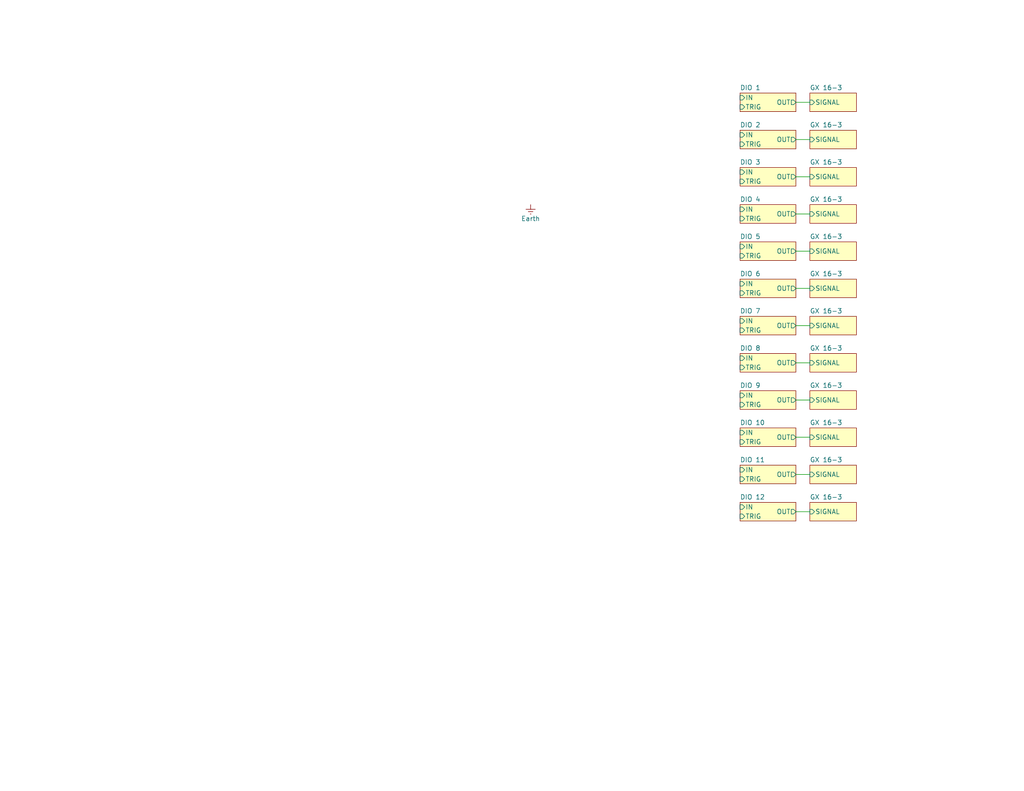
<source format=kicad_sch>
(kicad_sch (version 20211123) (generator eeschema)
  (paper "USLetter")
  (title_block (title "Digital Output Module (DOM)") (date "2022-07-14") (rev "1.0") (company "Missouri S&T Rocket Design Team") (comment 1 "Seth Sievers"))
  (lib_symbols
    (symbol "power:Earth" (power) (pin_names (offset 0))
      (symbol "Earth_0_1"
        (polyline (pts (xy -0.635 -1.905) (xy 0.635 -1.905)))
        (polyline (pts (xy -0.127 -2.54) (xy 0.127 -2.54)))
        (polyline (pts (xy 0 -1.27) (xy 0 0)))
        (polyline (pts (xy 1.27 -1.27) (xy -1.27 -1.27)))
      )
      (symbol "Earth_1_1"
        (pin power_in line (at 0 0 270) (length 0) hide (name "Earth") (number "1"))
      )
    )
  )
  (wire (pts (xy 217.17 119.38) (xy 220.98 119.38)))
  (wire (pts (xy 217.17 68.58) (xy 220.98 68.58)))
  (wire (pts (xy 217.17 88.9) (xy 220.98 88.9)))
  (wire (pts (xy 217.17 48.26) (xy 220.98 48.26)))
  (wire (pts (xy 217.17 58.42) (xy 220.98 58.42)))
  (wire (pts (xy 217.17 38.1) (xy 220.98 38.1)))
  (wire (pts (xy 217.17 139.7) (xy 220.98 139.7)))
  (wire (pts (xy 217.17 109.22) (xy 220.98 109.22)))
  (wire (pts (xy 217.17 99.06) (xy 220.98 99.06)))
  (wire (pts (xy 217.17 27.94) (xy 220.98 27.94)))
  (wire (pts (xy 217.17 129.54) (xy 220.98 129.54)))
  (wire (pts (xy 217.17 78.74) (xy 220.98 78.74)))
  (symbol (lib_id "power:Earth") (at 144.78 55.88 0) (unit 1)
    (property "Reference" "#PWR01" (effects hide))
    (property "Value" "Earth" (at 144.78 59.69 0))
  )
  (sheet (at 220.98 86.36) (size 12.7 5.08) (stroke (width 0.1524)) (fill (color 255 255 194 1.0000))
    (property "Sheet name" "GX 16-3" (at 220.98 85.6484 0) (effects (justify left bottom)))
    (property "Sheet file" "hierarchical_sheets/digital_output_connector.kicad_sch" (effects hide))
    (pin "SIGNAL" input (at 220.98 88.9 180))
  )
  (sheet (at 201.93 76.2) (size 15.24 5.08) (stroke (width 0.1524)) (fill (color 255 255 194 1.0000))
    (property "Sheet name" "DIO 6" (at 201.93 75.4884 0) (effects (justify left bottom)))
    (property "Sheet file" "hierarchical_sheets/fet_output_stage.kicad_sch" (effects hide))
    (pin "IN" input (at 201.93 77.47 180))
    (pin "TRIG" input (at 201.93 80.01 180))
    (pin "OUT" output (at 217.17 78.74 0))
  )
  (sheet (at 201.93 106.68) (size 15.24 5.08) (stroke (width 0.1524)) (fill (color 255 255 194 1.0000))
    (property "Sheet name" "DIO 9" (at 201.93 105.9684 0) (effects (justify left bottom)))
    (property "Sheet file" "hierarchical_sheets/fet_output_stage.kicad_sch" (effects hide))
    (pin "IN" input (at 201.93 107.95 180))
    (pin "TRIG" input (at 201.93 110.49 180))
    (pin "OUT" output (at 217.17 109.22 0))
  )
  (sheet (at 220.98 96.52) (size 12.7 5.08) (stroke (width 0.1524)) (fill (color 255 255 194 1.0000))
    (property "Sheet name" "GX 16-3" (at 220.98 95.8084 0) (effects (justify left bottom)))
    (property "Sheet file" "hierarchical_sheets/digital_output_connector.kicad_sch" (effects hide))
    (pin "SIGNAL" input (at 220.98 99.06 180))
  )
  (sheet (at 220.98 66.04) (size 12.7 5.08) (stroke (width 0.1524)) (fill (color 255 255 194 1.0000))
    (property "Sheet name" "GX 16-3" (at 220.98 65.3284 0) (effects (justify left bottom)))
    (property "Sheet file" "hierarchical_sheets/digital_output_connector.kicad_sch" (effects hide))
    (pin "SIGNAL" input (at 220.98 68.58 180))
  )
  (sheet (at 220.98 55.88) (size 12.7 5.08) (stroke (width 0.1524)) (fill (color 255 255 194 1.0000))
    (property "Sheet name" "GX 16-3" (at 220.98 55.1684 0) (effects (justify left bottom)))
    (property "Sheet file" "hierarchical_sheets/digital_output_connector.kicad_sch" (effects hide))
    (pin "SIGNAL" input (at 220.98 58.42 180))
  )
  (sheet (at 220.98 137.16) (size 12.7 5.08) (stroke (width 0.1524)) (fill (color 255 255 194 1.0000))
    (property "Sheet name" "GX 16-3" (at 220.98 136.4484 0) (effects (justify left bottom)))
    (property "Sheet file" "hierarchical_sheets/digital_output_connector.kicad_sch" (effects hide))
    (pin "SIGNAL" input (at 220.98 139.7 180))
  )
  (sheet (at 201.93 96.52) (size 15.24 5.08) (stroke (width 0.1524)) (fill (color 255 255 194 1.0000))
    (property "Sheet name" "DIO 8" (at 201.93 95.8084 0) (effects (justify left bottom)))
    (property "Sheet file" "hierarchical_sheets/fet_output_stage.kicad_sch" (effects hide))
    (pin "IN" input (at 201.93 97.79 180))
    (pin "TRIG" input (at 201.93 100.33 180))
    (pin "OUT" output (at 217.17 99.06 0))
  )
  (sheet (at 201.93 86.36) (size 15.24 5.08) (stroke (width 0.1524)) (fill (color 255 255 194 1.0000))
    (property "Sheet name" "DIO 7" (at 201.93 85.6484 0) (effects (justify left bottom)))
    (property "Sheet file" "hierarchical_sheets/fet_output_stage.kicad_sch" (effects hide))
    (pin "IN" input (at 201.93 87.63 180))
    (pin "TRIG" input (at 201.93 90.17 180))
    (pin "OUT" output (at 217.17 88.9 0))
  )
  (sheet (at 220.98 35.56) (size 12.7 5.08) (stroke (width 0.1524)) (fill (color 255 255 194 1.0000))
    (property "Sheet name" "GX 16-3" (at 220.98 34.8484 0) (effects (justify left bottom)))
    (property "Sheet file" "hierarchical_sheets/digital_output_connector.kicad_sch" (effects hide))
    (pin "SIGNAL" input (at 220.98 38.1 180))
  )
  (sheet (at 220.98 76.2) (size 12.7 5.08) (stroke (width 0.1524)) (fill (color 255 255 194 1.0000))
    (property "Sheet name" "GX 16-3" (at 220.98 75.4884 0) (effects (justify left bottom)))
    (property "Sheet file" "hierarchical_sheets/digital_output_connector.kicad_sch" (effects hide))
    (pin "SIGNAL" input (at 220.98 78.74 180))
  )
  (sheet (at 220.98 25.4) (size 12.7 5.08) (stroke (width 0.1524)) (fill (color 255 255 194 1.0000))
    (property "Sheet name" "GX 16-3" (at 220.98 24.6884 0) (effects (justify left bottom)))
    (property "Sheet file" "hierarchical_sheets/digital_output_connector.kicad_sch" (effects hide))
    (pin "SIGNAL" input (at 220.98 27.94 180))
  )
  (sheet (at 201.93 35.56) (size 15.24 5.08) (stroke (width 0.1524)) (fill (color 255 255 194 1.0000))
    (property "Sheet name" "DIO 2" (at 201.93 34.8484 0) (effects (justify left bottom)))
    (property "Sheet file" "hierarchical_sheets/fet_output_stage.kicad_sch" (effects hide))
    (pin "IN" input (at 201.93 36.83 180))
    (pin "TRIG" input (at 201.93 39.37 180))
    (pin "OUT" output (at 217.17 38.1 0))
  )
  (sheet (at 201.93 127) (size 15.24 5.08) (stroke (width 0.1524)) (fill (color 255 255 194 1.0000))
    (property "Sheet name" "DIO 11" (at 201.93 126.2884 0) (effects (justify left bottom)))
    (property "Sheet file" "hierarchical_sheets/fet_output_stage.kicad_sch" (effects hide))
    (pin "IN" input (at 201.93 128.27 180))
    (pin "TRIG" input (at 201.93 130.81 180))
    (pin "OUT" output (at 217.17 129.54 0))
  )
  (sheet (at 220.98 106.68) (size 12.7 5.08) (stroke (width 0.1524)) (fill (color 255 255 194 1.0000))
    (property "Sheet name" "GX 16-3" (at 220.98 105.9684 0) (effects (justify left bottom)))
    (property "Sheet file" "hierarchical_sheets/digital_output_connector.kicad_sch" (effects hide))
    (pin "SIGNAL" input (at 220.98 109.22 180))
  )
  (sheet (at 201.93 137.16) (size 15.24 5.08) (stroke (width 0.1524)) (fill (color 255 255 194 1.0000))
    (property "Sheet name" "DIO 12" (at 201.93 136.4484 0) (effects (justify left bottom)))
    (property "Sheet file" "hierarchical_sheets/fet_output_stage.kicad_sch" (effects hide))
    (pin "IN" input (at 201.93 138.43 180))
    (pin "TRIG" input (at 201.93 140.97 180))
    (pin "OUT" output (at 217.17 139.7 0))
  )
  (sheet (at 201.93 55.88) (size 15.24 5.08) (stroke (width 0.1524)) (fill (color 255 255 194 1.0000))
    (property "Sheet name" "DIO 4" (at 201.93 55.1684 0) (effects (justify left bottom)))
    (property "Sheet file" "hierarchical_sheets/fet_output_stage.kicad_sch" (effects hide))
    (pin "IN" input (at 201.93 57.15 180))
    (pin "TRIG" input (at 201.93 59.69 180))
    (pin "OUT" output (at 217.17 58.42 0))
  )
  (sheet (at 201.93 45.72) (size 15.24 5.08) (stroke (width 0.1524)) (fill (color 255 255 194 1.0000))
    (property "Sheet name" "DIO 3" (at 201.93 45.0084 0) (effects (justify left bottom)))
    (property "Sheet file" "hierarchical_sheets/fet_output_stage.kicad_sch" (effects hide))
    (pin "IN" input (at 201.93 46.99 180))
    (pin "TRIG" input (at 201.93 49.53 180))
    (pin "OUT" output (at 217.17 48.26 0))
  )
  (sheet (at 220.98 45.72) (size 12.7 5.08) (stroke (width 0.1524)) (fill (color 255 255 194 1.0000))
    (property "Sheet name" "GX 16-3" (at 220.98 45.0084 0) (effects (justify left bottom)))
    (property "Sheet file" "hierarchical_sheets/digital_output_connector.kicad_sch" (effects hide))
    (pin "SIGNAL" input (at 220.98 48.26 180))
  )
  (sheet (at 220.98 127) (size 12.7 5.08) (stroke (width 0.1524)) (fill (color 255 255 194 1.0000))
    (property "Sheet name" "GX 16-3" (at 220.98 126.2884 0) (effects (justify left bottom)))
    (property "Sheet file" "hierarchical_sheets/digital_output_connector.kicad_sch" (effects hide))
    (pin "SIGNAL" input (at 220.98 129.54 180))
  )
  (sheet (at 201.93 66.04) (size 15.24 5.08) (stroke (width 0.1524)) (fill (color 255 255 194 1.0000))
    (property "Sheet name" "DIO 5" (at 201.93 65.3284 0) (effects (justify left bottom)))
    (property "Sheet file" "hierarchical_sheets/fet_output_stage.kicad_sch" (effects hide))
    (pin "IN" input (at 201.93 67.31 180))
    (pin "TRIG" input (at 201.93 69.85 180))
    (pin "OUT" output (at 217.17 68.58 0))
  )
  (sheet (at 220.98 116.84) (size 12.7 5.08) (stroke (width 0.1524)) (fill (color 255 255 194 1.0000))
    (property "Sheet name" "GX 16-3" (at 220.98 116.1284 0) (effects (justify left bottom)))
    (property "Sheet file" "hierarchical_sheets/digital_output_connector.kicad_sch" (effects hide))
    (pin "SIGNAL" input (at 220.98 119.38 180))
  )
  (sheet (at 201.93 116.84) (size 15.24 5.08) (stroke (width 0.1524)) (fill (color 255 255 194 1.0000))
    (property "Sheet name" "DIO 10" (at 201.93 116.1284 0) (effects (justify left bottom)))
    (property "Sheet file" "hierarchical_sheets/fet_output_stage.kicad_sch" (effects hide))
    (pin "IN" input (at 201.93 118.11 180))
    (pin "TRIG" input (at 201.93 120.65 180))
    (pin "OUT" output (at 217.17 119.38 0))
  )
  (sheet (at 201.93 25.4) (size 15.24 5.08) (stroke (width 0.1524)) (fill (color 255 255 194 1.0000))
    (property "Sheet name" "DIO 1" (at 201.93 24.6884 0) (effects (justify left bottom)))
    (property "Sheet file" "hierarchical_sheets/fet_output_stage.kicad_sch" (effects hide))
    (pin "IN" input (at 201.93 26.67 180))
    (pin "TRIG" input (at 201.93 29.21 180))
    (pin "OUT" output (at 217.17 27.94 0))
  )
)
</source>
